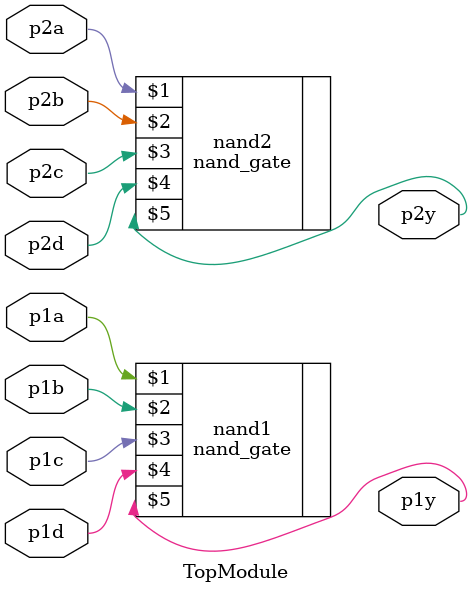
<source format=sv>


module TopModule (
    input p1a,
    input p1b,
    input p1c,
    input p1d,
    output p1y,
    input p2a,
    input p2b,
    input p2c,
    input p2d,
    output p2y
);

// Create 2 instances of the nand_gate module
nand_gate nand1 (p1a, p1b, p1c, p1d, p1y); // For NAND Gate 1 output connected to p1y
nand_gate nand2 (p2a, p2b, p2c, p2d, p2y); // For NAND Gate 2 output connected to p2y

endmodule

// VERILOG-EVAL: abnormal backticks count
// VERILOG-EVAL: errant inclusion of module definition

</source>
